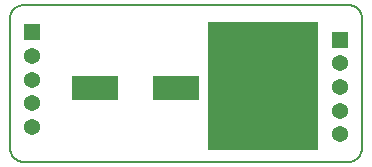
<source format=gts>
G75*
G70*
%OFA0B0*%
%FSLAX24Y24*%
%IPPOS*%
%LPD*%
%AMOC8*
5,1,8,0,0,1.08239X$1,22.5*
%
%ADD10C,0.0060*%
%ADD11R,0.3650X0.4250*%
%ADD12R,0.0540X0.0540*%
%ADD13C,0.0540*%
%ADD14R,0.1540X0.0790*%
D10*
X000860Y000210D02*
X011610Y000210D01*
X011654Y000212D01*
X011697Y000218D01*
X011739Y000227D01*
X011781Y000240D01*
X011821Y000257D01*
X011860Y000277D01*
X011897Y000300D01*
X011931Y000327D01*
X011964Y000356D01*
X011993Y000389D01*
X012020Y000423D01*
X012043Y000460D01*
X012063Y000499D01*
X012080Y000539D01*
X012093Y000581D01*
X012102Y000623D01*
X012108Y000666D01*
X012110Y000710D01*
X012110Y004960D01*
X012108Y005004D01*
X012102Y005047D01*
X012093Y005089D01*
X012080Y005131D01*
X012063Y005171D01*
X012043Y005210D01*
X012020Y005247D01*
X011993Y005281D01*
X011964Y005314D01*
X011931Y005343D01*
X011897Y005370D01*
X011860Y005393D01*
X011821Y005413D01*
X011781Y005430D01*
X011739Y005443D01*
X011697Y005452D01*
X011654Y005458D01*
X011610Y005460D01*
X000860Y005460D01*
X000816Y005458D01*
X000773Y005452D01*
X000731Y005443D01*
X000689Y005430D01*
X000649Y005413D01*
X000610Y005393D01*
X000573Y005370D01*
X000539Y005343D01*
X000506Y005314D01*
X000477Y005281D01*
X000450Y005247D01*
X000427Y005210D01*
X000407Y005171D01*
X000390Y005131D01*
X000377Y005089D01*
X000368Y005047D01*
X000362Y005004D01*
X000360Y004960D01*
X000360Y000710D01*
X000362Y000666D01*
X000368Y000623D01*
X000377Y000581D01*
X000390Y000539D01*
X000407Y000499D01*
X000427Y000460D01*
X000450Y000423D01*
X000477Y000389D01*
X000506Y000356D01*
X000539Y000327D01*
X000573Y000300D01*
X000610Y000277D01*
X000649Y000257D01*
X000689Y000240D01*
X000731Y000227D01*
X000773Y000218D01*
X000816Y000212D01*
X000860Y000210D01*
D11*
X008785Y002735D03*
D12*
X011360Y004285D03*
X001110Y004535D03*
D13*
X001110Y003747D03*
X001110Y002960D03*
X001110Y002173D03*
X001110Y001385D03*
X011360Y001135D03*
X011360Y001923D03*
X011360Y002710D03*
X011360Y003497D03*
D14*
X005885Y002685D03*
X003185Y002685D03*
M02*

</source>
